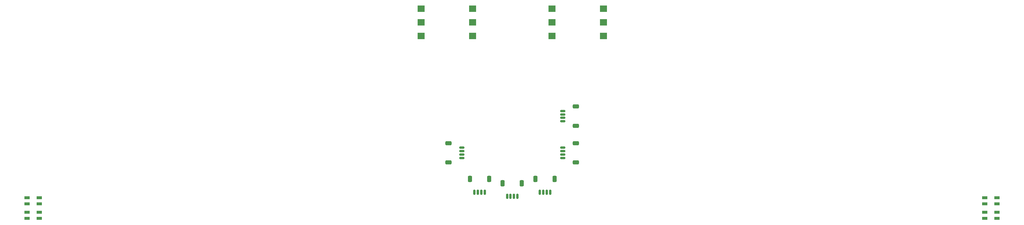
<source format=gtp>
G04 #@! TF.GenerationSoftware,KiCad,Pcbnew,(6.0.10-0)*
G04 #@! TF.CreationDate,2023-02-15T16:58:23+09:00*
G04 #@! TF.ProjectId,Sandy,53616e64-792e-46b6-9963-61645f706362,v.0*
G04 #@! TF.SameCoordinates,Original*
G04 #@! TF.FileFunction,Paste,Top*
G04 #@! TF.FilePolarity,Positive*
%FSLAX46Y46*%
G04 Gerber Fmt 4.6, Leading zero omitted, Abs format (unit mm)*
G04 Created by KiCad (PCBNEW (6.0.10-0)) date 2023-02-15 16:58:23*
%MOMM*%
%LPD*%
G01*
G04 APERTURE LIST*
G04 Aperture macros list*
%AMRoundRect*
0 Rectangle with rounded corners*
0 $1 Rounding radius*
0 $2 $3 $4 $5 $6 $7 $8 $9 X,Y pos of 4 corners*
0 Add a 4 corners polygon primitive as box body*
4,1,4,$2,$3,$4,$5,$6,$7,$8,$9,$2,$3,0*
0 Add four circle primitives for the rounded corners*
1,1,$1+$1,$2,$3*
1,1,$1+$1,$4,$5*
1,1,$1+$1,$6,$7*
1,1,$1+$1,$8,$9*
0 Add four rect primitives between the rounded corners*
20,1,$1+$1,$2,$3,$4,$5,0*
20,1,$1+$1,$4,$5,$6,$7,0*
20,1,$1+$1,$6,$7,$8,$9,0*
20,1,$1+$1,$8,$9,$2,$3,0*%
G04 Aperture macros list end*
%ADD10R,1.600000X0.850000*%
%ADD11R,2.000000X1.900000*%
%ADD12RoundRect,0.150000X0.625000X-0.150000X0.625000X0.150000X-0.625000X0.150000X-0.625000X-0.150000X0*%
%ADD13RoundRect,0.250000X0.650000X-0.350000X0.650000X0.350000X-0.650000X0.350000X-0.650000X-0.350000X0*%
%ADD14RoundRect,0.150000X0.150000X0.625000X-0.150000X0.625000X-0.150000X-0.625000X0.150000X-0.625000X0*%
%ADD15RoundRect,0.250000X0.350000X0.650000X-0.350000X0.650000X-0.350000X-0.650000X0.350000X-0.650000X0*%
%ADD16RoundRect,0.150000X-0.625000X0.150000X-0.625000X-0.150000X0.625000X-0.150000X0.625000X0.150000X0*%
%ADD17RoundRect,0.250000X-0.650000X0.350000X-0.650000X-0.350000X0.650000X-0.350000X0.650000X0.350000X0*%
G04 APERTURE END LIST*
D10*
X26208435Y-140706530D03*
X26208435Y-138956530D03*
X22708435Y-138956530D03*
X22708435Y-140706530D03*
X26208435Y-144906530D03*
X26208435Y-143156530D03*
X22708435Y-143156530D03*
X22708435Y-144906530D03*
X305008435Y-140706530D03*
X305008435Y-138956530D03*
X301508435Y-138956530D03*
X301508435Y-140706530D03*
X305008435Y-144906530D03*
X305008435Y-143156530D03*
X301508435Y-143156530D03*
X301508435Y-144906530D03*
D11*
X137383435Y-83725280D03*
X137383435Y-87725280D03*
X137383435Y-91725280D03*
X152383435Y-83725280D03*
X152383435Y-87725280D03*
X152383435Y-91725280D03*
D12*
X178602185Y-127325280D03*
X178602185Y-126325280D03*
X178602185Y-125325280D03*
X178602185Y-124325280D03*
D13*
X182477185Y-128625280D03*
X182477185Y-123025280D03*
D14*
X155908435Y-137350280D03*
X154908435Y-137350280D03*
X153908435Y-137350280D03*
X152908435Y-137350280D03*
D15*
X157208435Y-133475280D03*
X151608435Y-133475280D03*
D12*
X178602185Y-116609655D03*
X178602185Y-115609655D03*
X178602185Y-114609655D03*
X178602185Y-113609655D03*
D13*
X182477185Y-112309655D03*
X182477185Y-117909655D03*
D14*
X165433435Y-138540905D03*
X164433435Y-138540905D03*
X163433435Y-138540905D03*
X162433435Y-138540905D03*
D15*
X166733435Y-134665905D03*
X161133435Y-134665905D03*
D11*
X175483435Y-83725280D03*
X175483435Y-87725280D03*
X175483435Y-91725280D03*
X190483435Y-83725280D03*
X190483435Y-87725280D03*
X190483435Y-91725280D03*
D16*
X149264685Y-124325280D03*
X149264685Y-125325280D03*
X149264685Y-126325280D03*
X149264685Y-127325280D03*
D17*
X145389685Y-123025280D03*
X145389685Y-128625280D03*
D14*
X174958435Y-137350280D03*
X173958435Y-137350280D03*
X172958435Y-137350280D03*
X171958435Y-137350280D03*
D15*
X176258435Y-133475280D03*
X170658435Y-133475280D03*
M02*

</source>
